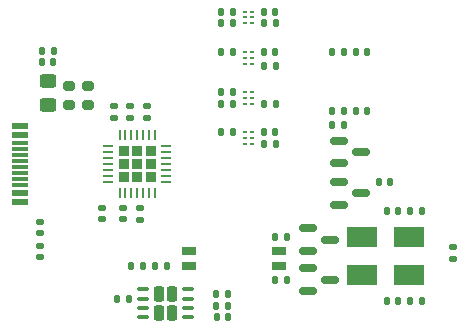
<source format=gbr>
%TF.GenerationSoftware,KiCad,Pcbnew,7.0.5*%
%TF.CreationDate,2023-08-08T23:00:51-07:00*%
%TF.ProjectId,esp32-prog,65737033-322d-4707-926f-672e6b696361,rev2*%
%TF.SameCoordinates,PX47868c0PY36d6160*%
%TF.FileFunction,Paste,Top*%
%TF.FilePolarity,Positive*%
%FSLAX46Y46*%
G04 Gerber Fmt 4.6, Leading zero omitted, Abs format (unit mm)*
G04 Created by KiCad (PCBNEW 7.0.5) date 2023-08-08 23:00:51*
%MOMM*%
%LPD*%
G01*
G04 APERTURE LIST*
G04 Aperture macros list*
%AMRoundRect*
0 Rectangle with rounded corners*
0 $1 Rounding radius*
0 $2 $3 $4 $5 $6 $7 $8 $9 X,Y pos of 4 corners*
0 Add a 4 corners polygon primitive as box body*
4,1,4,$2,$3,$4,$5,$6,$7,$8,$9,$2,$3,0*
0 Add four circle primitives for the rounded corners*
1,1,$1+$1,$2,$3*
1,1,$1+$1,$4,$5*
1,1,$1+$1,$6,$7*
1,1,$1+$1,$8,$9*
0 Add four rect primitives between the rounded corners*
20,1,$1+$1,$2,$3,$4,$5,0*
20,1,$1+$1,$4,$5,$6,$7,0*
20,1,$1+$1,$6,$7,$8,$9,0*
20,1,$1+$1,$8,$9,$2,$3,0*%
G04 Aperture macros list end*
%ADD10RoundRect,0.200000X0.275000X-0.200000X0.275000X0.200000X-0.275000X0.200000X-0.275000X-0.200000X0*%
%ADD11RoundRect,0.135000X-0.135000X-0.185000X0.135000X-0.185000X0.135000X0.185000X-0.135000X0.185000X0*%
%ADD12RoundRect,0.050000X-0.125000X-0.050000X0.125000X-0.050000X0.125000X0.050000X-0.125000X0.050000X0*%
%ADD13RoundRect,0.050000X-0.100000X-0.050000X0.100000X-0.050000X0.100000X0.050000X-0.100000X0.050000X0*%
%ADD14RoundRect,0.232500X0.232500X0.422500X-0.232500X0.422500X-0.232500X-0.422500X0.232500X-0.422500X0*%
%ADD15RoundRect,0.087500X0.387500X0.087500X-0.387500X0.087500X-0.387500X-0.087500X0.387500X-0.087500X0*%
%ADD16R,2.500000X1.700000*%
%ADD17RoundRect,0.140000X0.140000X0.170000X-0.140000X0.170000X-0.140000X-0.170000X0.140000X-0.170000X0*%
%ADD18R,1.270000X0.760000*%
%ADD19R,1.450000X0.600000*%
%ADD20R,1.450000X0.300000*%
%ADD21RoundRect,0.135000X0.135000X0.185000X-0.135000X0.185000X-0.135000X-0.185000X0.135000X-0.185000X0*%
%ADD22RoundRect,0.140000X-0.140000X-0.170000X0.140000X-0.170000X0.140000X0.170000X-0.140000X0.170000X0*%
%ADD23RoundRect,0.147500X-0.147500X-0.172500X0.147500X-0.172500X0.147500X0.172500X-0.147500X0.172500X0*%
%ADD24RoundRect,0.147500X0.147500X0.172500X-0.147500X0.172500X-0.147500X-0.172500X0.147500X-0.172500X0*%
%ADD25RoundRect,0.140000X-0.170000X0.140000X-0.170000X-0.140000X0.170000X-0.140000X0.170000X0.140000X0*%
%ADD26RoundRect,0.147500X0.172500X-0.147500X0.172500X0.147500X-0.172500X0.147500X-0.172500X-0.147500X0*%
%ADD27RoundRect,0.225000X-0.225000X-0.225000X0.225000X-0.225000X0.225000X0.225000X-0.225000X0.225000X0*%
%ADD28RoundRect,0.062500X-0.337500X-0.062500X0.337500X-0.062500X0.337500X0.062500X-0.337500X0.062500X0*%
%ADD29RoundRect,0.062500X-0.062500X-0.337500X0.062500X-0.337500X0.062500X0.337500X-0.062500X0.337500X0*%
%ADD30RoundRect,0.135000X0.185000X-0.135000X0.185000X0.135000X-0.185000X0.135000X-0.185000X-0.135000X0*%
%ADD31RoundRect,0.150000X-0.587500X-0.150000X0.587500X-0.150000X0.587500X0.150000X-0.587500X0.150000X0*%
%ADD32RoundRect,0.147500X-0.172500X0.147500X-0.172500X-0.147500X0.172500X-0.147500X0.172500X0.147500X0*%
%ADD33RoundRect,0.050000X0.125000X0.050000X-0.125000X0.050000X-0.125000X-0.050000X0.125000X-0.050000X0*%
%ADD34RoundRect,0.050000X0.100000X0.050000X-0.100000X0.050000X-0.100000X-0.050000X0.100000X-0.050000X0*%
%ADD35RoundRect,0.250000X0.450000X-0.325000X0.450000X0.325000X-0.450000X0.325000X-0.450000X-0.325000X0*%
%ADD36RoundRect,0.135000X-0.185000X0.135000X-0.185000X-0.135000X0.185000X-0.135000X0.185000X0.135000X0*%
G04 APERTURE END LIST*
D10*
%TO.C,R2*%
X11200000Y-10025000D03*
X11200000Y-8375000D03*
%TD*%
D11*
%TO.C,R26*%
X33490000Y-5500000D03*
X34510000Y-5500000D03*
%TD*%
D12*
%TO.C,U4*%
X26125000Y-2100000D03*
D13*
X26100000Y-2600000D03*
X26100000Y-3100000D03*
X26700000Y-3100000D03*
X26700000Y-2600000D03*
X26700000Y-2100000D03*
%TD*%
D14*
%TO.C,U1*%
X19975000Y-27610000D03*
X19975000Y-25990000D03*
X18825000Y-27610000D03*
X18825000Y-25990000D03*
D15*
X21300000Y-28000000D03*
X21300000Y-27200000D03*
X21300000Y-26400000D03*
X21300000Y-25600000D03*
X17500000Y-25600000D03*
X17500000Y-26400000D03*
X17500000Y-27200000D03*
X17500000Y-28000000D03*
%TD*%
D16*
%TO.C,D7*%
X36000000Y-24400000D03*
X40000000Y-24400000D03*
%TD*%
D17*
%TO.C,C2*%
X24680000Y-28000000D03*
X23720000Y-28000000D03*
%TD*%
D11*
%TO.C,R21*%
X27690000Y-6700000D03*
X28710000Y-6700000D03*
%TD*%
D18*
%TO.C,SW1*%
X21390000Y-22365000D03*
X21390000Y-23635000D03*
X29010000Y-23635000D03*
X29010000Y-22365000D03*
%TD*%
D19*
%TO.C,J1*%
X7045000Y-11750000D03*
X7045000Y-12550000D03*
D20*
X7045000Y-13750000D03*
X7045000Y-14750000D03*
X7045000Y-15250000D03*
X7045000Y-16250000D03*
D19*
X7045000Y-17450000D03*
X7045000Y-18250000D03*
X7045000Y-18250000D03*
X7045000Y-17450000D03*
D20*
X7045000Y-16750000D03*
X7045000Y-15750000D03*
X7045000Y-14250000D03*
X7045000Y-13250000D03*
D19*
X7045000Y-12550000D03*
X7045000Y-11750000D03*
%TD*%
D21*
%TO.C,R9*%
X41110000Y-19000000D03*
X40090000Y-19000000D03*
%TD*%
D22*
%TO.C,C1*%
X15320000Y-26400000D03*
X16280000Y-26400000D03*
%TD*%
D17*
%TO.C,C8*%
X25080000Y-9900000D03*
X24120000Y-9900000D03*
%TD*%
D11*
%TO.C,R15*%
X24090000Y-8900000D03*
X25110000Y-8900000D03*
%TD*%
D23*
%TO.C,D8*%
X38115000Y-26600000D03*
X39085000Y-26600000D03*
%TD*%
D21*
%TO.C,R14*%
X41110000Y-26600000D03*
X40090000Y-26600000D03*
%TD*%
D24*
%TO.C,D9*%
X36485000Y-5500000D03*
X35515000Y-5500000D03*
%TD*%
D25*
%TO.C,C4*%
X14000000Y-18720000D03*
X14000000Y-19680000D03*
%TD*%
D26*
%TO.C,D2*%
X8800000Y-22885000D03*
X8800000Y-21915000D03*
%TD*%
D11*
%TO.C,R27*%
X33490000Y-10500000D03*
X34510000Y-10500000D03*
%TD*%
D27*
%TO.C,U2*%
X15880000Y-13880000D03*
X15880000Y-15000000D03*
X15880000Y-16120000D03*
X17000000Y-13880000D03*
X17000000Y-15000000D03*
X17000000Y-16120000D03*
X18120000Y-13880000D03*
X18120000Y-15000000D03*
X18120000Y-16120000D03*
D28*
X14550000Y-13500000D03*
X14550000Y-14000000D03*
X14550000Y-14500000D03*
X14550000Y-15000000D03*
X14550000Y-15500000D03*
X14550000Y-16000000D03*
X14550000Y-16500000D03*
D29*
X15500000Y-17450000D03*
X16000000Y-17450000D03*
X16500000Y-17450000D03*
X17000000Y-17450000D03*
X17500000Y-17450000D03*
X18000000Y-17450000D03*
X18500000Y-17450000D03*
D28*
X19450000Y-16500000D03*
X19450000Y-16000000D03*
X19450000Y-15500000D03*
X19450000Y-15000000D03*
X19450000Y-14500000D03*
X19450000Y-14000000D03*
X19450000Y-13500000D03*
D29*
X18500000Y-12550000D03*
X18000000Y-12550000D03*
X17500000Y-12550000D03*
X17000000Y-12550000D03*
X16500000Y-12550000D03*
X16000000Y-12550000D03*
X15500000Y-12550000D03*
%TD*%
D30*
%TO.C,R24*%
X43750000Y-23085000D03*
X43750000Y-22065000D03*
%TD*%
%TO.C,R11*%
X16400000Y-11110000D03*
X16400000Y-10090000D03*
%TD*%
D21*
%TO.C,R19*%
X25110000Y-12300000D03*
X24090000Y-12300000D03*
%TD*%
D11*
%TO.C,R20*%
X27690000Y-9900000D03*
X28710000Y-9900000D03*
%TD*%
D21*
%TO.C,R17*%
X25110000Y-5500000D03*
X24090000Y-5500000D03*
%TD*%
D22*
%TO.C,C5*%
X27720000Y-5500000D03*
X28680000Y-5500000D03*
%TD*%
D10*
%TO.C,R3*%
X12800000Y-10025000D03*
X12800000Y-8375000D03*
%TD*%
D12*
%TO.C,U3*%
X26125000Y-5500000D03*
D13*
X26100000Y-6000000D03*
X26100000Y-6500000D03*
X26700000Y-6500000D03*
X26700000Y-6000000D03*
X26700000Y-5500000D03*
%TD*%
D11*
%TO.C,R7*%
X28690000Y-21200000D03*
X29710000Y-21200000D03*
%TD*%
D31*
%TO.C,Q4*%
X34062500Y-13050000D03*
X34062500Y-14950000D03*
X35937500Y-14000000D03*
%TD*%
D11*
%TO.C,R22*%
X27690000Y-3100000D03*
X28710000Y-3100000D03*
%TD*%
D24*
%TO.C,D10*%
X36485000Y-10500000D03*
X35515000Y-10500000D03*
%TD*%
D22*
%TO.C,C7*%
X27720000Y-12300000D03*
X28680000Y-12300000D03*
%TD*%
D11*
%TO.C,R23*%
X27690000Y-13300000D03*
X28710000Y-13300000D03*
%TD*%
D31*
%TO.C,Q3*%
X34062500Y-16550000D03*
X34062500Y-18450000D03*
X35937500Y-17500000D03*
%TD*%
D32*
%TO.C,D3*%
X8800000Y-19915000D03*
X8800000Y-20885000D03*
%TD*%
D21*
%TO.C,R4*%
X24710000Y-27000000D03*
X23690000Y-27000000D03*
%TD*%
D30*
%TO.C,R12*%
X17800000Y-11110000D03*
X17800000Y-10090000D03*
%TD*%
D24*
%TO.C,D5*%
X19485000Y-23600000D03*
X18515000Y-23600000D03*
%TD*%
D25*
%TO.C,C3*%
X15800000Y-18720000D03*
X15800000Y-19680000D03*
%TD*%
D31*
%TO.C,Q2*%
X31462500Y-23850000D03*
X31462500Y-25750000D03*
X33337500Y-24800000D03*
%TD*%
D11*
%TO.C,R10*%
X16490000Y-23600000D03*
X17510000Y-23600000D03*
%TD*%
D33*
%TO.C,U6*%
X26675000Y-9900000D03*
D34*
X26700000Y-9400000D03*
X26700000Y-8900000D03*
X26100000Y-8900000D03*
X26100000Y-9400000D03*
X26100000Y-9900000D03*
%TD*%
D11*
%TO.C,R5*%
X23690000Y-26000000D03*
X24710000Y-26000000D03*
%TD*%
%TO.C,R16*%
X24090000Y-3100000D03*
X25110000Y-3100000D03*
%TD*%
D31*
%TO.C,Q1*%
X31462500Y-20450000D03*
X31462500Y-22350000D03*
X33337500Y-21400000D03*
%TD*%
D12*
%TO.C,U5*%
X26125000Y-12300000D03*
D13*
X26100000Y-12800000D03*
X26100000Y-13300000D03*
X26700000Y-13300000D03*
X26700000Y-12800000D03*
X26700000Y-12300000D03*
%TD*%
D22*
%TO.C,C6*%
X27720000Y-2100000D03*
X28680000Y-2100000D03*
%TD*%
%TO.C,C9*%
X37445000Y-16500000D03*
X38405000Y-16500000D03*
%TD*%
D30*
%TO.C,R13*%
X15000000Y-11110000D03*
X15000000Y-10090000D03*
%TD*%
D11*
%TO.C,R1*%
X8890000Y-5400000D03*
X9910000Y-5400000D03*
%TD*%
D23*
%TO.C,D4*%
X38115000Y-19000000D03*
X39085000Y-19000000D03*
%TD*%
D24*
%TO.C,D1*%
X9885000Y-6400000D03*
X8915000Y-6400000D03*
%TD*%
D11*
%TO.C,R8*%
X28690000Y-24800000D03*
X29710000Y-24800000D03*
%TD*%
%TO.C,R25*%
X33490000Y-11700000D03*
X34510000Y-11700000D03*
%TD*%
D35*
%TO.C,L1*%
X9400000Y-10025000D03*
X9400000Y-7975000D03*
%TD*%
D16*
%TO.C,D6*%
X36000000Y-21200000D03*
X40000000Y-21200000D03*
%TD*%
D36*
%TO.C,R6*%
X17200000Y-18690000D03*
X17200000Y-19710000D03*
%TD*%
D21*
%TO.C,R18*%
X25110000Y-2100000D03*
X24090000Y-2100000D03*
%TD*%
M02*

</source>
